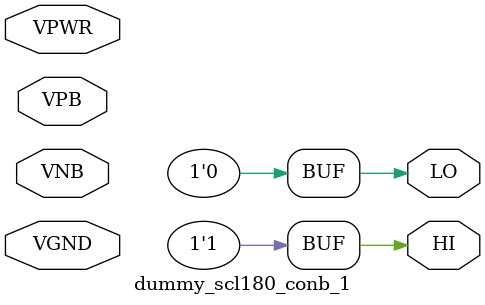
<source format=v>
/**
 * conb: Constant value, low, high outputs.
 *
 * Verilog simulation functional model.
 */

`default_nettype none

module dummy_scl180_conb_1 (
`ifndef USE_POWER_PINS
    input wire VPWR,   // Power
    input wire VPB,    // Power bulk
    input wire VNB,    // Ground bulk
    input wire VGND,   // Ground
`endif
    output wire HI,
    output wire LO
);

    // Constant behavior
    assign HI = 1'b1;
    assign LO = 1'b0;

endmodule

`default_nettype wire


</source>
